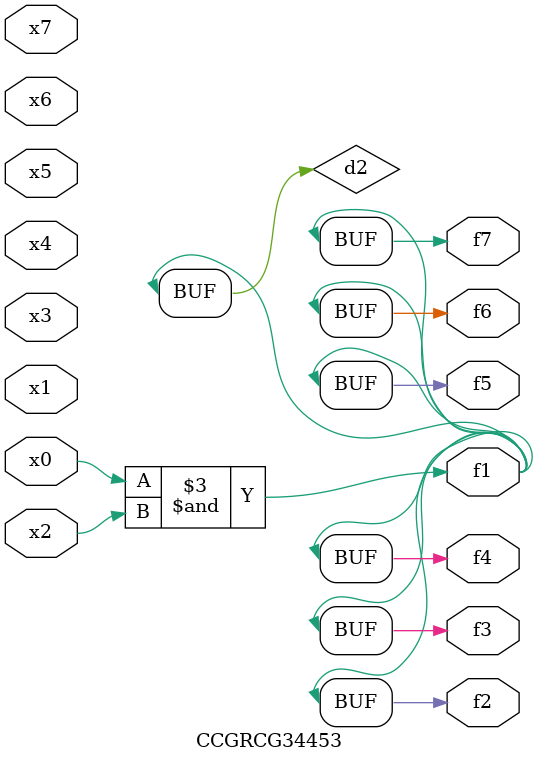
<source format=v>
module CCGRCG34453(
	input x0, x1, x2, x3, x4, x5, x6, x7,
	output f1, f2, f3, f4, f5, f6, f7
);

	wire d1, d2;

	nor (d1, x3, x6);
	and (d2, x0, x2);
	assign f1 = d2;
	assign f2 = d2;
	assign f3 = d2;
	assign f4 = d2;
	assign f5 = d2;
	assign f6 = d2;
	assign f7 = d2;
endmodule

</source>
